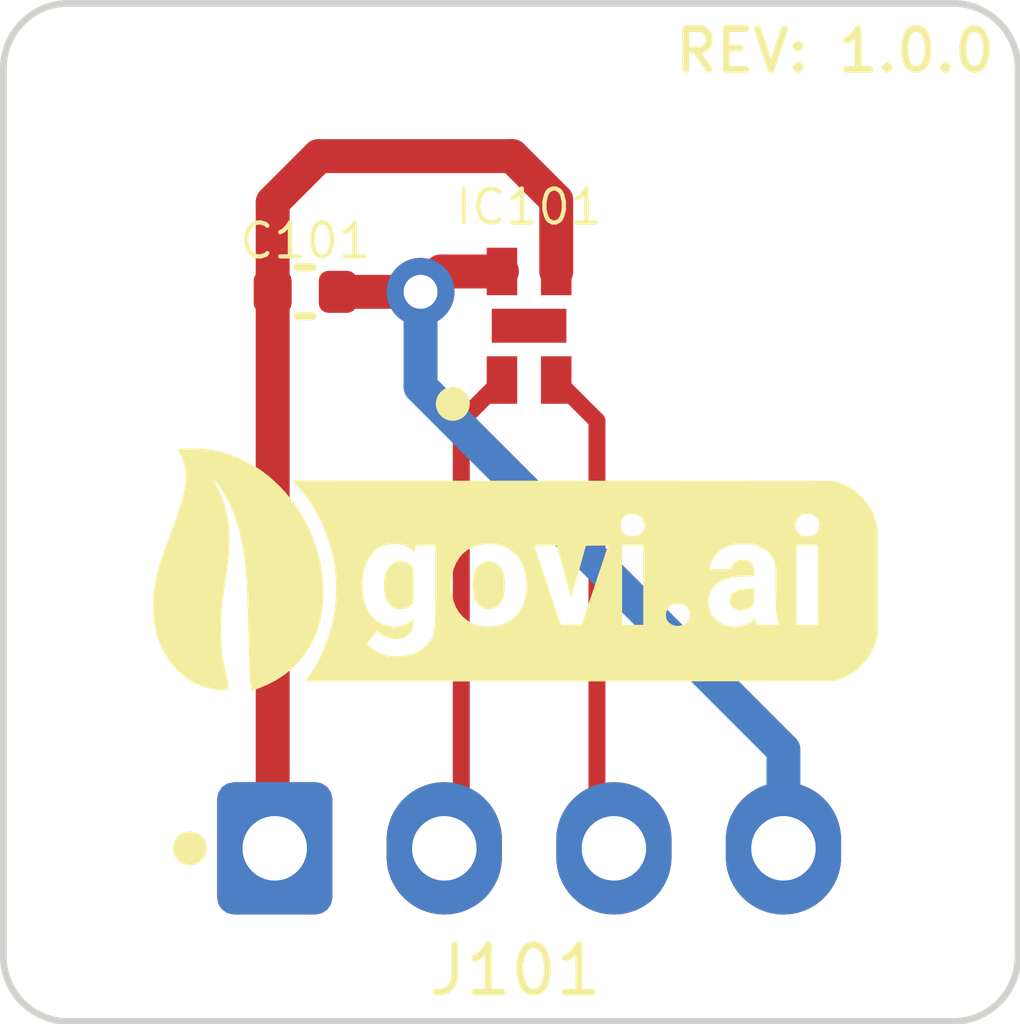
<source format=kicad_pcb>
(kicad_pcb (version 20221018) (generator pcbnew)
  (layers (0 "F.Cu" signal) (31 "B.Cu" signal) (34 "B.Paste" user) (35 "F.Paste" user) (36 "B.SilkS" user "B.Silkscreen") (37 "F.SilkS" user "F.Silkscreen") (38 "B.Mask" user) (39 "F.Mask" user) (44 "Edge.Cuts" user))
  (net 0 "")
  (net 1 "+3V3")
  (net 2 "GND")
  (net 3 "/I2C-SDA")
  (net 4 "/I2C-SCL")
  (footprint "Connector_JST:JST_EH_B4B-EH-A_1x04_P2.50mm_Vertical" (layer "F.Cu") (at 176.75 96.2)
    (fp_text reference "J101" (at 3.55 1.8) (layer "F.SilkS") (effects (font (size 0.7 0.7) (thickness 0.1))))
    (fp_text value "2.54mm 4-Pin JST" hide)
    (fp_line (start -1.25 0) (end -1.25 0) (stroke (width 0.5)) (layer "F.SilkS"))
    (pad "1" thru_hole roundrect (at 0 0) (size 1.7 1.95) (drill 0.95) (layers "*.Cu" "*.Mask") (roundrect_rratio 0.147059) (net 1 "+3V3"))
    (pad "2" thru_hole oval (at 2.5 0) (size 1.7 1.95) (drill 0.95) (layers "*.Cu" "*.Mask") (net 3 "/I2C-SDA"))
    (pad "3" thru_hole oval (at 5 0) (size 1.7 1.95) (drill 0.95) (layers "*.Cu" "*.Mask") (net 4 "/I2C-SCL"))
    (pad "4" thru_hole oval (at 7.5 0) (size 1.7 1.95) (drill 0.95) (layers "*.Cu" "*.Mask") (net 2 "GND"))
  )
  (footprint "govi.ai-logo-front:govi-ai-logo-front-for-sensor" (layer "F.Cu") (at 180.3 92.3)
    (fp_text reference "G1" hide)
    (fp_text value "GOVI.AI-LOGO-FRONT" hide)
    (fp_poly (pts (xy 3.522295 0.174536) (xy 3.522019 0.21701) (xy 3.520944 0.247365) (xy 3.5187 0.268659) (xy 3.514918 0.28395) (xy 3.509228 0.296295) (xy 3.507146 0.299797) (xy 3.483751 0.327035) (xy 3.449508 0.353031) (xy 3.408631 0.374623) (xy 3.405964 0.375749) (xy 3.376816 0.384176) (xy 3.340184 0.389741) (xy 3.302519 0.391896) (xy 3.270271 0.390091) (xy 3.2604 0.388154) (xy 3.22014 0.370679) (xy 3.189329 0.343359) (xy 3.16858 0.308696) (xy 3.158505 0.269191) (xy 3.159716 0.227345) (xy 3.172826 0.185659) (xy 3.198446 0.146634) (xy 3.200669 0.144126) (xy 3.22478 0.121772) (xy 3.252986 0.104857) (xy 3.287727 0.092637) (xy 3.331446 0.084364) (xy 3.386585 0.079294) (xy 3.417917 0.077776) (xy 3.522295 0.073788)) (fill solid) (layer "F.SilkS"))
    (fp_poly (pts (xy -0.341181 -0.326233) (xy -0.291813 -0.307656) (xy -0.248108 -0.276793) (xy -0.24049 -0.269354) (xy -0.208908 -0.229659) (xy -0.18522 -0.182939) (xy -0.168938 -0.127484) (xy -0.159568 -0.061584) (xy -0.156622 0.01647) (xy -0.156645 0.022773) (xy -0.160093 0.104995) (xy -0.169661 0.174336) (xy -0.185866 0.232024) (xy -0.209226 0.27929) (xy -0.240256 0.317362) (xy -0.279475 0.347469) (xy -0.297384 0.357462) (xy -0.322753 0.366414) (xy -0.356294 0.373165) (xy -0.391733 0.37693) (xy -0.4228 0.376926) (xy -0.436492 0.37485) (xy -0.474173 0.36357) (xy -0.502654 0.3503) (xy -0.527884 0.332023) (xy -0.537115 0.323822) (xy -0.570718 0.28617) (xy -0.596228 0.241807) (xy -0.614189 0.189008) (xy -0.625145 0.126051) (xy -0.629643 0.051211) (xy -0.629822 0.030365) (xy -0.626751 -0.052087) (xy -0.617314 -0.121893) (xy -0.601126 -0.18036) (xy -0.577796 -0.228801) (xy -0.546939 -0.268523) (xy -0.538956 -0.276357) (xy -0.495099 -0.307586) (xy -0.44564 -0.326264) (xy -0.393395 -0.332458)) (fill solid) (layer "F.SilkS"))
    (fp_poly (pts (xy -1.675843 -0.330615) (xy -1.636724 -0.324697) (xy -1.606421 -0.315793) (xy -1.578585 -0.301685) (xy -1.561847 -0.29078) (xy -1.546458 -0.280013) (xy -1.534019 -0.269945) (xy -1.524217 -0.258904) (xy -1.516738 -0.245213) (xy -1.511267 -0.227199) (xy -1.507491 -0.203186) (xy -1.505095 -0.171501) (xy -1.503766 -0.130469) (xy -1.503189 -0.078415) (xy -1.503051 -0.013664) (xy -1.503049 0.022773) (xy -1.503094 0.090507) (xy -1.503293 0.144763) (xy -1.503742 0.187245) (xy -1.504536 0.219657) (xy -1.505772 0.243703) (xy -1.507545 0.261087) (xy -1.509951 0.273513) (xy -1.513087 0.282685) (xy -1.517046 0.290308) (xy -1.518198 0.292206) (xy -1.539476 0.317299) (xy -1.569729 0.341521) (xy -1.603173 0.360435) (xy -1.611692 0.363942) (xy -1.636104 0.369923) (xy -1.669249 0.374103) (xy -1.705069 0.37612) (xy -1.737505 0.375611) (xy -1.758628 0.372736) (xy -1.806799 0.352692) (xy -1.849676 0.319473) (xy -1.885919 0.274566) (xy -1.914188 0.219456) (xy -1.924913 0.188536) (xy -1.932199 0.153217) (xy -1.937064 0.107212) (xy -1.939491 0.054825) (xy -1.939465 0.000359) (xy -1.936969 -0.051881) (xy -1.931989 -0.097591) (xy -1.926078 -0.127035) (xy -1.902738 -0.192542) (xy -1.871487 -0.246048) (xy -1.832887 -0.287096) (xy -1.787503 -0.315229) (xy -1.735896 -0.329988) (xy -1.67863 -0.330915)) (fill solid) (layer "F.SilkS"))
    (fp_poly (pts (xy -4.634563 -1.988629) (xy -4.508046 -1.976768) (xy -4.388159 -1.956055) (xy -4.271571 -1.925733) (xy -4.154953 -1.885045) (xy -4.034973 -1.833236) (xy -4.00303 -1.817955) (xy -3.870144 -1.74661) (xy -3.744965 -1.665462) (xy -3.625146 -1.57282) (xy -3.50834 -1.466992) (xy -3.48752 -1.446478) (xy -3.375346 -1.325611) (xy -3.273055 -1.197134) (xy -3.180836 -1.062043) (xy -3.098882 -0.921334) (xy -3.027382 -0.776004) (xy -2.966527 -0.627051) (xy -2.916508 -0.475469) (xy -2.877516 -0.322256) (xy -2.849741 -0.168409) (xy -2.833374 -0.014924) (xy -2.828606 0.137203) (xy -2.835628 0.286975) (xy -2.85463 0.433394) (xy -2.885803 0.575466) (xy -2.929338 0.712192) (xy -2.985425 0.842577) (xy -3.032674 0.930251) (xy -3.110355 1.048566) (xy -3.19813 1.156392) (xy -3.296422 1.254071) (xy -3.405654 1.341945) (xy -3.52625 1.420357) (xy -3.658632 1.489649) (xy -3.795577 1.547296) (xy -3.828898 1.559901) (xy -3.857772 1.570884) (xy -3.878742 1.578928) (xy -3.887636 1.582414) (xy -3.894657 1.582927) (xy -3.899334 1.57561) (xy -3.902786 1.557676) (xy -3.904847 1.53956) (xy -3.910002 1.482974) (xy -3.914675 1.419104) (xy -3.918935 1.346558) (xy -3.92285 1.263942) (xy -3.926489 1.169862) (xy -3.92992 1.062926) (xy -3.932132 0.983564) (xy -3.934318 0.900976) (xy -3.936771 0.808478) (xy -3.939366 0.710688) (xy -3.941981 0.612226) (xy -3.944495 0.517713) (xy -3.946783 0.431766) (xy -3.947669 0.398535) (xy -3.952907 0.233672) (xy -3.959553 0.082481) (xy -3.967782 -0.056496) (xy -3.977764 -0.184718) (xy -3.989674 -0.303643) (xy -4.003684 -0.414731) (xy -4.019967 -0.51944) (xy -4.038697 -0.61923) (xy -4.060045 -0.715559) (xy -4.084186 -0.809887) (xy -4.095849 -0.851524) (xy -4.129805 -0.958201) (xy -4.169788 -1.064036) (xy -4.214602 -1.166632) (xy -4.263051 -1.263588) (xy -4.313942 -1.352509) (xy -4.366077 -1.430996) (xy -4.416362 -1.494497) (xy -4.426553 -1.505811) (xy -4.432636 -1.511348) (xy -4.434162 -1.509787) (xy -4.430684 -1.499804) (xy -4.421752 -1.480079) (xy -4.406918 -1.449288) (xy -4.38784 -1.410389) (xy -4.327807 -1.27575) (xy -4.281023 -1.141953) (xy -4.246988 -1.006629) (xy -4.225203 -0.867408) (xy -4.21517 -0.721923) (xy -4.215491 -0.59211) (xy -4.217268 -0.546107) (xy -4.21974 -0.500951) (xy -4.223114 -0.454774) (xy -4.227599 -0.405707) (xy -4.233401 -0.351881) (xy -4.240729 -0.291427) (xy -4.249791 -0.222477) (xy -4.260795 -0.14316) (xy -4.273948 -0.051609) (xy -4.280936 -0.003796) (xy -4.29402 0.086048) (xy -4.30494 0.163175) (xy -4.313893 0.229864) (xy -4.321073 0.288396) (xy -4.326674 0.341051) (xy -4.330893 0.39011) (xy -4.333923 0.437854) (xy -4.335961 0.486562) (xy -4.337201 0.538515) (xy -4.337838 0.595993) (xy -4.338068 0.661277) (xy -4.338071 0.664226) (xy -4.337246 0.773172) (xy -4.334229 0.870521) (xy -4.328611 0.959752) (xy -4.319983 1.044343) (xy -4.307935 1.127775) (xy -4.292059 1.213528) (xy -4.271946 1.305079) (xy -4.254053 1.378767) (xy -4.241705 1.430319) (xy -4.233941 1.469591) (xy -4.230754 1.498774) (xy -4.232136 1.52006) (xy -4.238079 1.535642) (xy -4.248576 1.547709) (xy -4.253456 1.551607) (xy -4.280731 1.563816) (xy -4.319448 1.569754) (xy -4.367414 1.569822) (xy -4.422434 1.564421) (xy -4.482314 1.553952) (xy -4.544859 1.538818) (xy -4.607875 1.519418) (xy -4.669167 1.496156) (xy -4.726542 1.469432) (xy -4.739039 1.462791) (xy -4.848945 1.394376) (xy -4.948995 1.314563) (xy -5.038798 1.22382) (xy -5.117967 1.122617) (xy -5.186112 1.011423) (xy -5.242843 0.890708) (xy -5.267384 0.825259) (xy -5.29498 0.7377) (xy -5.315837 0.653196) (xy -5.330454 0.568149) (xy -5.339328 0.478965) (xy -5.342958 0.382046) (xy -5.342158 0.285439) (xy -5.339509 0.216333) (xy -5.334926 0.149826) (xy -5.328041 0.084441) (xy -5.318492 0.018697) (xy -5.305912 -0.048883) (xy -5.289936 -0.119781) (xy -5.2702 -0.195474) (xy -5.246338 -0.277442) (xy -5.217985 -0.367164) (xy -5.184777 -0.466119) (xy -5.146347 -0.575787) (xy -5.102332 -0.697646) (xy -5.093725 -0.72116) (xy -5.05155 -0.836918) (xy -5.0147 -0.939863) (xy -4.982835 -1.031265) (xy -4.95562 -1.112398) (xy -4.932715 -1.184535) (xy -4.913785 -1.248948) (xy -4.89849 -1.306909) (xy -4.886494 -1.359692) (xy -4.877459 -1.408569) (xy -4.871047 -1.454812) (xy -4.866921 -1.499695) (xy -4.864743 -1.54449) (xy -4.86417 -1.586551) (xy -4.868338 -1.670414) (xy -4.881507 -1.745928) (xy -4.904777 -1.81771) (xy -4.934471 -1.881431) (xy -4.950022 -1.911867) (xy -4.962459 -1.937914) (xy -4.970277 -1.956316) (xy -4.972206 -1.963138) (xy -4.970167 -1.972082) (xy -4.962999 -1.979053) (xy -4.949122 -1.984281) (xy -4.926958 -1.987995) (xy -4.894927 -1.990425) (xy -4.85145 -1.991801) (xy -4.794949 -1.992352) (xy -4.77104 -1.992393)) (fill solid) (layer "F.SilkS"))
    (fp_poly (pts (xy 0.699312 -1.516376) (xy 4.687537 -1.514435) (xy 4.746625 -1.4976) (xy 4.849116 -1.460782) (xy 4.944903 -1.41054) (xy 5.034478 -1.346588) (xy 5.091713 -1.295488) (xy 5.166017 -1.212893) (xy 5.228963 -1.120667) (xy 5.27987 -1.019975) (xy 5.318058 -0.911979) (xy 5.319885 -0.905453) (xy 5.340376 -0.831231) (xy 5.340376 -0.037956) (xy 5.340376 0.75532) (xy 5.319057 0.831231) (xy 5.280705 0.941466) (xy 5.230076 1.042971) (xy 5.167336 1.135465) (xy 5.09265 1.218666) (xy 5.091713 1.219577) (xy 5.008037 1.291597) (xy 4.919239 1.349808) (xy 4.823656 1.395187) (xy 4.748266 1.420878) (xy 4.687537 1.438524) (xy 0.790689 1.440465) (xy -3.10616 1.442407) (xy -3.081798 1.4101) (xy -3.005275 1.299503) (xy -2.933057 1.177248) (xy -2.866614 1.046592) (xy -2.807413 0.910793) (xy -2.756924 0.773109) (xy -2.716615 0.636795) (xy -2.698612 0.560274) (xy -2.666078 0.371638) (xy -2.648585 0.184624) (xy -2.646293 0.01343) (xy -2.254379 0.01343) (xy -2.253411 0.076606) (xy -2.249997 0.135907) (xy -2.244132 0.186616) (xy -2.243037 0.193211) (xy -2.221002 0.284162) (xy -2.18861 0.366188) (xy -2.146641 0.438539) (xy -2.095879 0.500464) (xy -2.037105 0.551214) (xy -1.9711 0.590037) (xy -1.898647 0.616184) (xy -1.820528 0.628905) (xy -1.787717 0.630066) (xy -1.71122 0.62423) (xy -1.642903 0.606323) (xy -1.580995 0.575739) (xy -1.539107 0.54529) (xy -1.503049 0.515295) (xy -1.503049 0.559699) (xy -1.507281 0.611364) (xy -1.518989 0.661967) (xy -1.536689 0.705859) (xy -1.545312 0.720572) (xy -1.579004 0.758326) (xy -1.622518 0.786891) (xy -1.673562 0.806227) (xy -1.729844 0.816297) (xy -1.789072 0.817063) (xy -1.848953 0.808486) (xy -1.907196 0.790528) (xy -1.961509 0.763151) (xy -2.007496 0.728276) (xy -2.026105 0.712155) (xy -2.040666 0.701401) (xy -2.046665 0.698627) (xy -2.053846 0.704557) (xy -2.067002 0.720115) (xy -2.083665 0.74231) (xy -2.089014 0.749867) (xy -2.111187 0.781443) (xy -2.135049 0.815139) (xy -2.15537 0.843576) (xy -2.18612 0.886286) (xy -2.17012 0.906626) (xy -2.139968 0.936734) (xy -2.0979 0.967124) (xy -2.04706 0.996162) (xy -1.990593 1.02222) (xy -1.931645 1.043665) (xy -1.878693 1.057755) (xy -1.831866 1.064758) (xy -1.775826 1.068452) (xy -1.716182 1.068802) (xy -1.658545 1.065773) (xy -1.609325 1.059473) (xy -1.520294 1.036835) (xy -1.440175 1.003233) (xy -1.36976 0.959297) (xy -1.309844 0.905655) (xy -1.26122 0.842938) (xy -1.224684 0.771776) (xy -1.215677 0.747331) (xy -1.210065 0.729568) (xy -1.205155 0.711173) (xy -1.200903 0.691052) (xy -1.197262 0.668111) (xy -1.194184 0.641258) (xy -1.191625 0.609399) (xy -1.189537 0.571442) (xy -1.187874 0.526292) (xy -1.186589 0.472856) (xy -1.185637 0.410042) (xy -1.184971 0.336755) (xy -1.184545 0.251904) (xy -1.184311 0.154394) (xy -1.184247 0.072406) (xy -0.946493 0.072406) (xy -0.935194 0.17008) (xy -0.912621 0.261198) (xy -0.879195 0.34449) (xy -0.835338 0.418687) (xy -0.781474 0.482519) (xy -0.772516 0.49116) (xy -0.71466 0.539288) (xy -0.65473 0.576103) (xy -0.59039 0.602397) (xy -0.5193 0.618961) (xy -0.439122 0.62659) (xy -0.371967 0.626933) (xy -0.322001 0.624985) (xy -0.283078 0.621719) (xy -0.25108 0.616619) (xy -0.221888 0.609171) (xy -0.216348 0.607456) (xy -0.13198 0.573391) (xy -0.057646 0.528015) (xy 0.006389 0.471641) (xy 0.05986 0.404582) (xy 0.1025 0.32715) (xy 0.134045 0.239657) (xy 0.148313 0.178392) (xy 0.156009 0.11969) (xy 0.159222 0.052944) (xy 0.158143 -0.017139) (xy 0.152962 -0.085855) (xy 0.14387 -0.148499) (xy 0.133258 -0.193292) (xy 0.105614 -0.27056) (xy 0.071166 -0.337248) (xy 0.027727 -0.397238) (xy 0.00269 -0.425163) (xy -0.057819 -0.480656) (xy -0.122044 -0.523242) (xy -0.188792 -0.552392) (xy 0.282493 -0.552392) (xy 0.282536 -0.552257) (xy 0.285413 -0.543733) (xy 0.292749 -0.521918) (xy 0.304174 -0.487912) (xy 0.31932 -0.442817) (xy 0.337815 -0.387735) (xy 0.35929 -0.323768) (xy 0.383376 -0.252017) (xy 0.409701 -0.173584) (xy 0.437898 -0.08957) (xy 0.467595 -0.001077) (xy 0.478821 0.032378) (xy 0.671817 0.607523) (xy 0.822784 0.60551) (xy 0.973751 0.603497) (xy 1.169882 0.020728) (xy 1.365914 -0.561745) (xy 1.571369 -0.561745) (xy 1.571369 0.022773) (xy 1.571369 0.607292) (xy 1.726987 0.607292) (xy 1.882606 0.607292) (xy 1.882606 0.459206) (xy 2.216617 0.459206) (xy 2.220969 0.503987) (xy 2.235238 0.540376) (xy 2.261238 0.572825) (xy 2.264103 0.575597) (xy 2.303133 0.602745) (xy 2.349317 0.618654) (xy 2.399144 0.622892) (xy 2.449103 0.615028) (xy 2.481691 0.602382) (xy 2.520621 0.575553) (xy 2.548225 0.541186) (xy 2.564594 0.501754) (xy 2.569816 0.459729) (xy 2.563982 0.417584) (xy 2.547181 0.37779) (xy 2.519503 0.342819) (xy 2.481038 0.315144) (xy 2.471089 0.310259) (xy 2.436934 0.30038) (xy 2.843596 0.30038) (xy 2.854897 0.367589) (xy 2.879234 0.430235) (xy 2.915582 0.486894) (xy 2.962917 0.536141) (xy 3.020214 0.576549) (xy 3.086448 0.606695) (xy 3.125436 0.618172) (xy 3.168549 0.625329) (xy 3.219484 0.628801) (xy 3.271633 0.628483) (xy 3.318388 0.624272) (xy 3.33404 0.621486) (xy 3.403371 0.599542) (xy 3.467054 0.564112) (xy 3.493958 0.54388) (xy 3.515815 0.527355) (xy 3.531017 0.518459) (xy 3.537405 0.518422) (xy 3.537477 0.519035) (xy 3.539701 0.53193) (xy 3.545396 0.553404) (xy 3.550017 0.568465) (xy 3.562557 0.607292) (xy 3.725426 0.607292) (xy 3.779121 0.607219) (xy 3.819444 0.606899) (xy 3.848206 0.606178) (xy 3.867218 0.604905) (xy 3.878291 0.602927) (xy 3.883235 0.600092) (xy 3.88386 0.596246) (xy 3.883162 0.594008) (xy 3.872327 0.564211) (xy 3.863167 0.534447) (xy 3.855545 0.503169) (xy 3.849327 0.46883) (xy 3.844376 0.429885) (xy 3.840557 0.384786) (xy 3.837735 0.331988) (xy 3.835774 0.269944) (xy 3.834538 0.197108) (xy 3.833891 0.111934) (xy 3.833705 0.030062) (xy 3.833552 -0.048963) (xy 3.83308 -0.114543) (xy 3.832106 -0.168418) (xy 3.830448 -0.212324) (xy 3.827921 -0.248) (xy 3.824345 -0.277184) (xy 3.819537 -0.301613) (xy 3.813313 -0.323025) (xy 3.805491 -0.343158) (xy 3.795889 -0.36375) (xy 3.791369 -0.372779) (xy 3.754729 -0.42876) (xy 3.705455 -0.478336) (xy 3.645228 -0.52017) (xy 3.575725 -0.552922) (xy 3.55705 -0.55955) (xy 3.550133 -0.561745) (xy 4.14477 -0.561745) (xy 4.14477 0.022773) (xy 4.14477 0.607292) (xy 4.300388 0.607292) (xy 4.456007 0.607292) (xy 4.456007 0.022773) (xy 4.456007 -0.561745) (xy 4.300388 -0.561745) (xy 4.14477 -0.561745) (xy 3.550133 -0.561745) (xy 3.532723 -0.56727) (xy 3.511249 -0.572778) (xy 3.48922 -0.576453) (xy 3.463224 -0.578676) (xy 3.42985 -0.579828) (xy 3.38569 -0.580287) (xy 3.370472 -0.580345) (xy 3.321017 -0.580233) (xy 3.283239 -0.57934) (xy 3.253639 -0.577344) (xy 3.228721 -0.573922) (xy 3.204985 -0.568753) (xy 3.184831 -0.56324) (xy 3.107095 -0.534969) (xy 3.03824 -0.498168) (xy 2.979935 -0.453956) (xy 2.93385 -0.403456) (xy 2.922597 -0.387154) (xy 2.904769 -0.354388) (xy 2.888835 -0.316235) (xy 2.876656 -0.278035) (xy 2.870092 -0.245126) (xy 2.869456 -0.23465) (xy 2.869456 -0.212552) (xy 3.024173 -0.212552) (xy 3.178891 -0.212552) (xy 3.187916 -0.248395) (xy 3.2051 -0.287374) (xy 3.233892 -0.318596) (xy 3.272252 -0.340948) (xy 3.318138 -0.353316) (xy 3.369507 -0.354589) (xy 3.380543 -0.353376) (xy 3.427621 -0.34178) (xy 3.464441 -0.320379) (xy 3.491607 -0.288402) (xy 3.509721 -0.245075) (xy 3.519386 -0.189627) (xy 3.520548 -0.173855) (xy 3.524298 -0.108088) (xy 3.373371 -0.104223) (xy 3.314551 -0.102376) (xy 3.267903 -0.100025) (xy 3.230419 -0.096888) (xy 3.199088 -0.092685) (xy 3.170903 -0.087134) (xy 3.158673 -0.08418) (xy 3.076716 -0.058082) (xy 3.007735 -0.024435) (xy 2.951288 0.017205) (xy 2.906932 0.067283) (xy 2.874225 0.126244) (xy 2.852724 0.194534) (xy 2.846356 0.230034) (xy 2.843596 0.30038) (xy 2.436934 0.30038) (xy 2.436623 0.30029) (xy 2.394702 0.296522) (xy 2.351851 0.299237) (xy 2.328379 0.304102) (xy 2.288354 0.322701) (xy 2.255288 0.352805) (xy 2.231245 0.391548) (xy 2.21829 0.436063) (xy 2.216617 0.459206) (xy 1.882606 0.459206) (xy 1.882606 0.022773) (xy 1.882606 -0.561745) (xy 1.726987 -0.561745) (xy 1.571369 -0.561745) (xy 1.365914 -0.561745) (xy 1.366013 -0.56204) (xy 1.201315 -0.559995) (xy 1.036616 -0.55795) (xy 0.930581 -0.172429) (xy 0.91029 -0.099183) (xy 0.891081 -0.030852) (xy 0.873339 0.031258) (xy 0.857452 0.085838) (xy 0.843807 0.131581) (xy 0.832791 0.167181) (xy 0.824791 0.19133) (xy 0.820194 0.20272) (xy 0.819338 0.203333) (xy 0.816322 0.194211) (xy 0.80974 0.17194) (xy 0.800014 0.13802) (xy 0.787566 0.093951) (xy 0.772818 0.041233) (xy 0.756191 -0.018633) (xy 0.738107 -0.084148) (xy 0.721611 -0.144232) (xy 0.702289 -0.21474) (xy 0.683835 -0.282001) (xy 0.666712 -0.344336) (xy 0.651382 -0.400066) (xy 0.638306 -0.447511) (xy 0.627947 -0.484994) (xy 0.620768 -0.510833) (xy 0.617654 -0.521892) (xy 0.606215 -0.561745) (xy 0.442731 -0.561745) (xy 0.386725 -0.561559) (xy 0.344416 -0.56094) (xy 0.31432 -0.559802) (xy 0.294956 -0.558057) (xy 0.284841 -0.555616) (xy 0.282493 -0.552392) (xy -0.188792 -0.552392) (xy -0.192032 -0.553807) (xy -0.269825 -0.573234) (xy -0.357469 -0.582408) (xy -0.361079 -0.582569) (xy -0.459366 -0.580528) (xy -0.549818 -0.565853) (xy -0.632096 -0.538727) (xy -0.705859 -0.499338) (xy -0.770768 -0.447868) (xy -0.826486 -0.384504) (xy -0.872671 -0.30943) (xy -0.876604 -0.301585) (xy -0.908559 -0.226647) (xy -0.930252 -0.150853) (xy -0.943014 -0.06902) (xy -0.946094 -0.030556) (xy -0.946493 0.072406) (xy -1.184247 0.072406) (xy -1.184224 0.043132) (xy -1.18422 0.005892) (xy -1.18422 -0.561745) (xy -1.327567 -0.561745) (xy -1.37929 -0.561774) (xy -1.417784 -0.561338) (xy -1.445001 -0.559653) (xy -1.462889 -0.555934) (xy -1.473399 -0.549398) (xy -1.478482 -0.53926) (xy -1.480088 -0.524735) (xy -1.480167 -0.505041) (xy -1.480172 -0.500384) (xy -1.481508 -0.480999) (xy -1.484651 -0.468993) (xy -1.485232 -0.468225) (xy -1.492957 -0.47024) (xy -1.507887 -0.480544) (xy -1.522503 -0.493054) (xy -1.575104 -0.531634) (xy -1.636597 -0.560012) (xy -1.704401 -0.57793) (xy -1.775935 -0.585132) (xy -1.84862 -0.581359) (xy -1.919875 -0.566355) (xy -1.987119 -0.539861) (xy -1.987861 -0.539488) (xy -2.049799 -0.499902) (xy -2.1053 -0.44752) (xy -2.153492 -0.383669) (xy -2.193498 -0.309679) (xy -2.224443 -0.22688) (xy -2.242663 -0.152198) (xy -2.249 -0.105689) (xy -2.252907 -0.048907) (xy -2.254379 0.01343) (xy -2.646293 0.01343) (xy -2.646106 -0.000559) (xy -2.658618 -0.183703) (xy -2.686092 -0.364599) (xy -2.728504 -0.543039) (xy -2.785828 -0.718813) (xy -2.840554 -0.849851) (xy 1.551 -0.849851) (xy 1.560424 -0.803661) (xy 1.58411 -0.762636) (xy 1.597177 -0.74809) (xy 1.619517 -0.72893) (xy 1.642812 -0.713782) (xy 1.654949 -0.708372) (xy 1.69175 -0.701233) (xy 1.734825 -0.699606) (xy 1.776288 -0.703527) (xy 1.794427 -0.707722) (xy 1.831955 -0.726263) (xy 1.864395 -0.756087) (xy 1.888283 -0.793383) (xy 1.89802 -0.821709) (xy 1.90058 -0.849851) (xy 4.124401 -0.849851) (xy 4.133825 -0.803661) (xy 4.157511 -0.762636) (xy 4.170578 -0.74809) (xy 4.192918 -0.72893) (xy 4.216213 -0.713782) (xy 4.22835 -0.708372) (xy 4.265151 -0.701233) (xy 4.308226 -0.699606) (xy 4.349689 -0.703527) (xy 4.367828 -0.707722) (xy 4.405356 -0.726263) (xy 4.437796 -0.756087) (xy 4.461684 -0.793383) (xy 4.471421 -0.821709) (xy 4.475976 -0.871784) (xy 4.46734 -0.916929) (xy 4.447051 -0.955893) (xy 4.416645 -0.987427) (xy 4.377663 -1.010278) (xy 4.331641 -1.023195) (xy 4.280118 -1.024929) (xy 4.232068 -1.016379) (xy 4.197514 -0.999767) (xy 4.166449 -0.971802) (xy 4.14229 -0.936312) (xy 4.129268 -0.901091) (xy 4.124401 -0.849851) (xy 1.90058 -0.849851) (xy 1.902575 -0.871784) (xy 1.893939 -0.916929) (xy 1.87365 -0.955893) (xy 1.843244 -0.987427) (xy 1.804262 -1.010278) (xy 1.75824 -1.023195) (xy 1.706717 -1.024929) (xy 1.658667 -1.016379) (xy 1.624113 -0.999767) (xy 1.593048 -0.971802) (xy 1.568889 -0.936312) (xy 1.555867 -0.901091) (xy 1.551 -0.849851) (xy -2.840554 -0.849851) (xy -2.858037 -0.891712) (xy -2.885522 -0.948894) (xy -2.953873 -1.077038) (xy -3.027435 -1.195706) (xy -3.109046 -1.309044) (xy -3.201541 -1.421198) (xy -3.232209 -1.455647) (xy -3.288913 -1.518316)) (fill solid) (layer "F.SilkS"))
  )
  (footprint "MountingHole:MountingHole_2.1mm" (layer "F.Cu") (at 185.2 86.2)
    (fp_text reference "H101" hide)
    (fp_text value "M2.5")
    (pad "" np_thru_hole circle (at 0 0) (size 2.1 2.1) (drill 2.1) (layers "*.Cu" "*.Mask"))
  )
  (footprint "SamacSys_Parts:SON80P150X150X59-5N" (layer "F.Cu") (at 180.5 88.5 90)
    (fp_text reference "IC101" (at 1.75 0) (layer "F.SilkS") (effects (font (size 0.5 0.5) (thickness 0.0625))))
    (fp_text value "SHT41A-AD1B-R2" hide)
    (fp_circle (center -1.15 -1.125) (end -1.15 -1) (stroke (width 0.25)) (fill none) (layer "F.SilkS"))
    (pad "1" smd rect (at -0.8 -0.4 180) (size 0.45 0.7) (layers "F.Cu" "F.Paste" "F.Mask") (net 3 "/I2C-SDA"))
    (pad "2" smd rect (at -0.8 0.4 180) (size 0.45 0.7) (layers "F.Cu" "F.Paste" "F.Mask") (net 4 "/I2C-SCL"))
    (pad "3" smd rect (at 0.8 0.4 180) (size 0.45 0.7) (layers "F.Cu" "F.Paste" "F.Mask") (net 1 "+3V3"))
    (pad "4" smd rect (at 0.8 -0.4 180) (size 0.45 0.7) (layers "F.Cu" "F.Paste" "F.Mask") (net 2 "GND"))
    (pad "5" smd rect (at 0 0 90) (size 0.5 1.1) (layers "F.Cu" "F.Paste" "F.Mask"))
  )
  (footprint "Capacitor_SMD:C_0402_1005Metric" (layer "F.Cu") (at 177.2 88)
    (fp_text reference "C101" (at 0 -0.75) (layer "F.SilkS") (effects (font (size 0.5 0.5) (thickness 0.0625))))
    (fp_text value "C")
    (fp_line (start -0.107836 -0.36) (end 0.107836 -0.36) (stroke (width 0.12)) (layer "F.SilkS"))
    (fp_line (start -0.107836 0.36) (end 0.107836 0.36) (stroke (width 0.12)) (layer "F.SilkS"))
    (pad "1" smd roundrect (at -0.48 0) (size 0.56 0.62) (layers "F.Cu" "F.Paste" "F.Mask") (net 1 "+3V3"))
    (pad "2" smd roundrect (at 0.48 0) (size 0.56 0.62) (layers "F.Cu" "F.Paste" "F.Mask") (net 2 "GND"))
  )
  (gr_arc (start 173.707108 98.75) (mid 173.030331 98.46967) (end 172.750001 97.792893) (stroke (width 0.1)) (layer "Edge.Cuts"))
  (gr_arc (start 172.75 84.707107) (mid 173.03033 84.03033) (end 173.707107 83.75) (stroke (width 0.1)) (layer "Edge.Cuts"))
  (gr_line (start 173.7 98.75) (end 186.75 98.75) (stroke (width 0.1)) (layer "Edge.Cuts"))
  (gr_line (start 173.7 83.75) (end 186.75 83.75) (stroke (width 0.1)) (layer "Edge.Cuts"))
  (gr_line (start 187.707107 84.707107) (end 187.707107 97.8) (stroke (width 0.1)) (layer "Edge.Cuts"))
  (gr_arc (start 187.707107 97.792893) (mid 187.426778 98.469671) (end 186.75 98.75) (stroke (width 0.1)) (layer "Edge.Cuts"))
  (gr_arc (start 186.75 83.75) (mid 187.426777 84.03033) (end 187.707107 84.707107) (stroke (width 0.1)) (layer "Edge.Cuts"))
  (gr_line (start 172.75 84.707107) (end 172.75 97.792893) (stroke (width 0.1)) (layer "Edge.Cuts"))
  (gr_text "REV: 1.0.0" (at 182.6 84.8) (layer "F.SilkS") (effects (font (size 0.6 0.6) (thickness 0.1)) (justify left bottom)))
  (segment (start 176.72 86.68) (end 177.4 86) (width 0.5) (layer "F.Cu") (net 1))
  (segment (start 176.72 96.17) (end 176.72 86.68) (width 0.5) (layer "F.Cu") (net 1))
  (segment (start 177.4 86) (end 180.25 86) (width 0.5) (layer "F.Cu") (net 1))
  (segment (start 176.75 96.2) (end 176.72 96.17) (width 0.5) (layer "F.Cu") (net 1))
  (segment (start 180.9 86.65) (end 180.9 87.7) (width 0.5) (layer "F.Cu") (net 1))
  (segment (start 180.25 86) (end 180.9 86.65) (width 0.5) (layer "F.Cu") (net 1))
  (segment (start 179.2 87.7) (end 180.1 87.7) (width 0.5) (layer "F.Cu") (net 2))
  (segment (start 178.9 88) (end 177.68 88) (width 0.5) (layer "F.Cu") (net 2))
  (segment (start 178.9 88) (end 179.2 87.7) (width 0.5) (layer "F.Cu") (net 2))
  (via (at 178.9 88) (size 1) (drill 0.5) (layers "F.Cu" "B.Cu") (net 2))
  (segment (start 184.25 94.75) (end 178.9 89.4) (width 0.5) (layer "B.Cu") (net 2))
  (segment (start 184.25 96.2) (end 183.8 96.2) (width 0.5) (layer "B.Cu") (net 2))
  (segment (start 184.25 96.2) (end 184.25 94.75) (width 0.5) (layer "B.Cu") (net 2))
  (segment (start 178.9 89.4) (end 178.9 88) (width 0.5) (layer "B.Cu") (net 2))
  (segment (start 179.5 95.5) (end 179.5 89.9) (width 0.25) (layer "F.Cu") (net 3))
  (segment (start 179.5 89.9) (end 180.1 89.3) (width 0.25) (layer "F.Cu") (net 3))
  (segment (start 179 95.5) (end 179.5 95.5) (width 0.25) (layer "F.Cu") (net 3))
  (segment (start 181.5 89.9) (end 180.9 89.3) (width 0.25) (layer "F.Cu") (net 4))
  (segment (start 181.5 95.5) (end 181.5 89.9) (width 0.25) (layer "F.Cu") (net 4))
)
</source>
